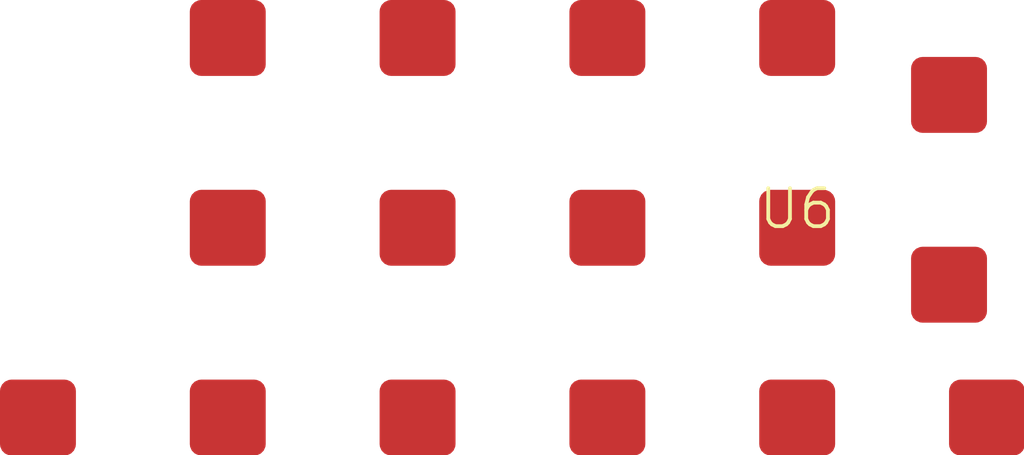
<source format=kicad_pcb>
(kicad_pcb (version 20241229) (generator "pcbnew") (generator_version "9.0")
  (layers (0 "F.Cu" signal) (2 "B.Cu" signal) (13 "F.Paste" user) (15 "B.Paste" user) (5 "F.SilkS" user "F.Silkscreen") (7 "B.SilkS" user "B.Silkscreen") (1 "F.Mask" user) (3 "B.Mask" user) (25 "Edge.Cuts" user))
  (net 0 "")
  (net 1 "/Adder2/sum")
  (net 2 "Net-(U6-Zero_flag)")
  (net 3 "/Adder1/sum")
  (net 4 "/Adder3/digit 2")
  (net 5 "/Adder2/digit 2")
  (net 6 "/Adder3/digit 1")
  (net 7 "/Adder/digit 1")
  (net 8 "/Adder/+5V")
  (net 9 "/Adder3/carry out")
  (net 10 "/Adder/sum")
  (net 11 "/Adder1/digit 2")
  (net 12 "/Adder2/digit 1")
  (net 13 "/Adder3/sum")
  (net 14 "/Adder1/digit 1")
  (net 15 "/Adder/GND")
  (net 16 "/Adder/digit 2")
  (footprint "ALU:ALU F" (layer "F.Cu") (at 133.5 64)
    (property "Reference" "U6" (at 0 -0.5 0) (layer "F.SilkS") (effects (font (thickness 0.1))))
    (property "Value" "~")
    (pad "1" smd roundrect (at 0 -5) (size 2 2) (layers "F.Cu" "F.Mask" "F.Paste") (roundrect_rratio 0.15) (net 7 "/Adder/digit 1"))
    (pad "2" smd roundrect (at -5 -5) (size 2 2) (layers "F.Cu" "F.Mask" "F.Paste") (roundrect_rratio 0.15) (net 14 "/Adder1/digit 1"))
    (pad "3" smd roundrect (at -10 -5) (size 2 2) (layers "F.Cu" "F.Mask" "F.Paste") (roundrect_rratio 0.15) (net 12 "/Adder2/digit 1"))
    (pad "4" smd roundrect (at -15 -5) (size 2 2) (layers "F.Cu" "F.Mask" "F.Paste") (roundrect_rratio 0.15) (net 6 "/Adder3/digit 1"))
    (pad "5" smd roundrect (at 0 0) (size 2 2) (layers "F.Cu" "F.Mask" "F.Paste") (roundrect_rratio 0.15) (net 16 "/Adder/digit 2"))
    (pad "6" smd roundrect (at -5 0) (size 2 2) (layers "F.Cu" "F.Mask" "F.Paste") (roundrect_rratio 0.15) (net 11 "/Adder1/digit 2"))
    (pad "7" smd roundrect (at -10 0) (size 2 2) (layers "F.Cu" "F.Mask" "F.Paste") (roundrect_rratio 0.15) (net 5 "/Adder2/digit 2"))
    (pad "8" smd roundrect (at -15 0) (size 2 2) (layers "F.Cu" "F.Mask" "F.Paste") (roundrect_rratio 0.15) (net 4 "/Adder3/digit 2"))
    (pad "9" smd roundrect (at 0 5) (size 2 2) (layers "F.Cu" "F.Mask" "F.Paste") (roundrect_rratio 0.15) (net 10 "/Adder/sum"))
    (pad "10" smd roundrect (at -5 5) (size 2 2) (layers "F.Cu" "F.Mask" "F.Paste") (roundrect_rratio 0.15) (net 3 "/Adder1/sum"))
    (pad "11" smd roundrect (at -10 5) (size 2 2) (layers "F.Cu" "F.Mask" "F.Paste") (roundrect_rratio 0.15) (net 1 "/Adder2/sum"))
    (pad "12" smd roundrect (at -15 5) (size 2 2) (layers "F.Cu" "F.Mask" "F.Paste") (roundrect_rratio 0.15) (net 13 "/Adder3/sum"))
    (pad "13" smd roundrect (at 4 -3.5) (size 2 2) (layers "F.Cu" "F.Mask" "F.Paste") (roundrect_rratio 0.15) (net 8 "/Adder/+5V"))
    (pad "14" smd roundrect (at 4 1.5) (size 2 2) (layers "F.Cu" "F.Mask" "F.Paste") (roundrect_rratio 0.15) (net 15 "/Adder/GND"))
    (pad "15" smd roundrect (at 5 5) (size 2 2) (layers "F.Cu" "F.Mask" "F.Paste") (roundrect_rratio 0.15) (net 2 "Net-(U6-Zero_flag)"))
    (pad "16" smd roundrect (at -20 5) (size 2 2) (layers "F.Cu" "F.Mask" "F.Paste") (roundrect_rratio 0.15) (net 9 "/Adder3/carry out"))
  )
)
</source>
